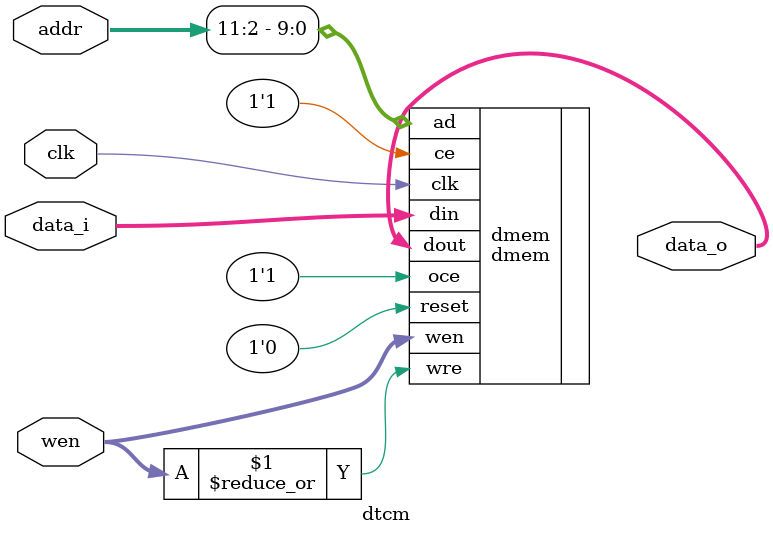
<source format=v>
module dtcm (
    clk,
    addr,
    wen,
    data_o,
    data_i
);
    input clk;
    input wire [31:0] addr;
    input wire [3:0] wen;
    output wire [31:0] data_o;
    input wire [31:0] data_i;
    
    dmem dmem(
        .dout(data_o), //output [31:0] dout
        .clk(clk),
        .oce(1'b1),
        .ce(1'b1),
        .reset(1'b0),
        .wre(|wen),
        .wen(wen),
        .ad(addr[11:2]), //input [9:0] ad
        .din(data_i)
    );
endmodule

</source>
